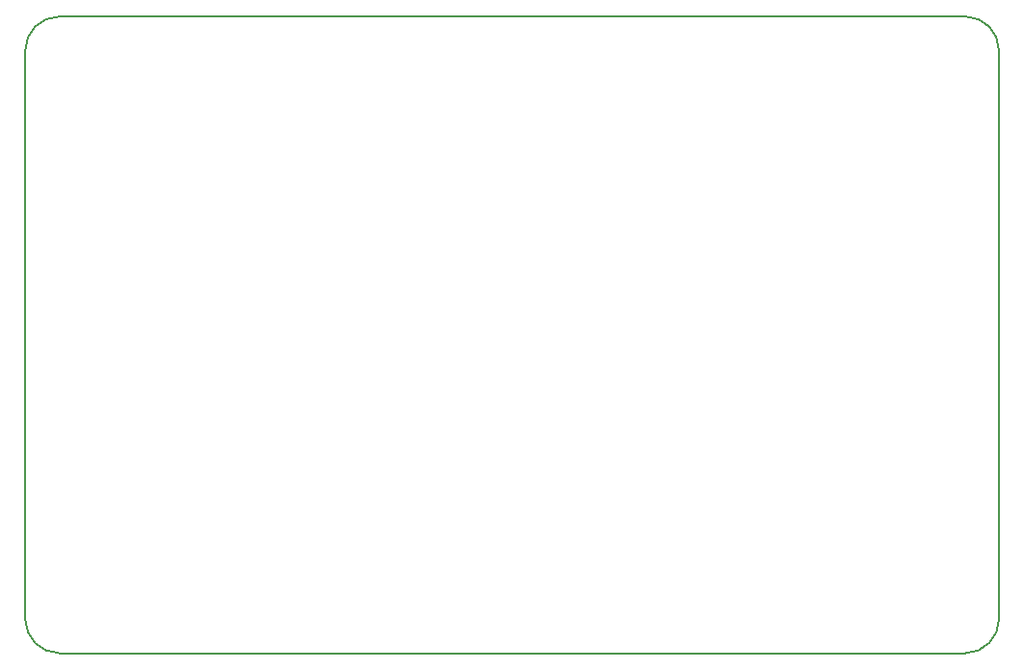
<source format=gbr>
%TF.GenerationSoftware,KiCad,Pcbnew,(5.1.10)-1*%
%TF.CreationDate,2022-02-21T21:55:40+01:00*%
%TF.ProjectId,BSPD-CV_3_0_01B,42535044-2d43-4565-9f33-5f305f303142,rev?*%
%TF.SameCoordinates,Original*%
%TF.FileFunction,Profile,NP*%
%FSLAX46Y46*%
G04 Gerber Fmt 4.6, Leading zero omitted, Abs format (unit mm)*
G04 Created by KiCad (PCBNEW (5.1.10)-1) date 2022-02-21 21:55:40*
%MOMM*%
%LPD*%
G01*
G04 APERTURE LIST*
%TA.AperFunction,Profile*%
%ADD10C,0.150000*%
%TD*%
G04 APERTURE END LIST*
D10*
X153000000Y-151000000D02*
G75*
G02*
X150000000Y-148000000I0J3000000D01*
G01*
X235588000Y-148000000D02*
G75*
G02*
X232588000Y-151000000I-3000000J0D01*
G01*
X232588000Y-95000000D02*
G75*
G02*
X235588000Y-98000000I0J-3000000D01*
G01*
X150000000Y-98000000D02*
G75*
G02*
X153000000Y-95000000I3000000J0D01*
G01*
X153000000Y-95000000D02*
X232588000Y-95000000D01*
X153000000Y-151000000D02*
X232588000Y-151000000D01*
X235588000Y-98000000D02*
X235588000Y-148000000D01*
X150000000Y-98000000D02*
X150000000Y-148000000D01*
M02*

</source>
